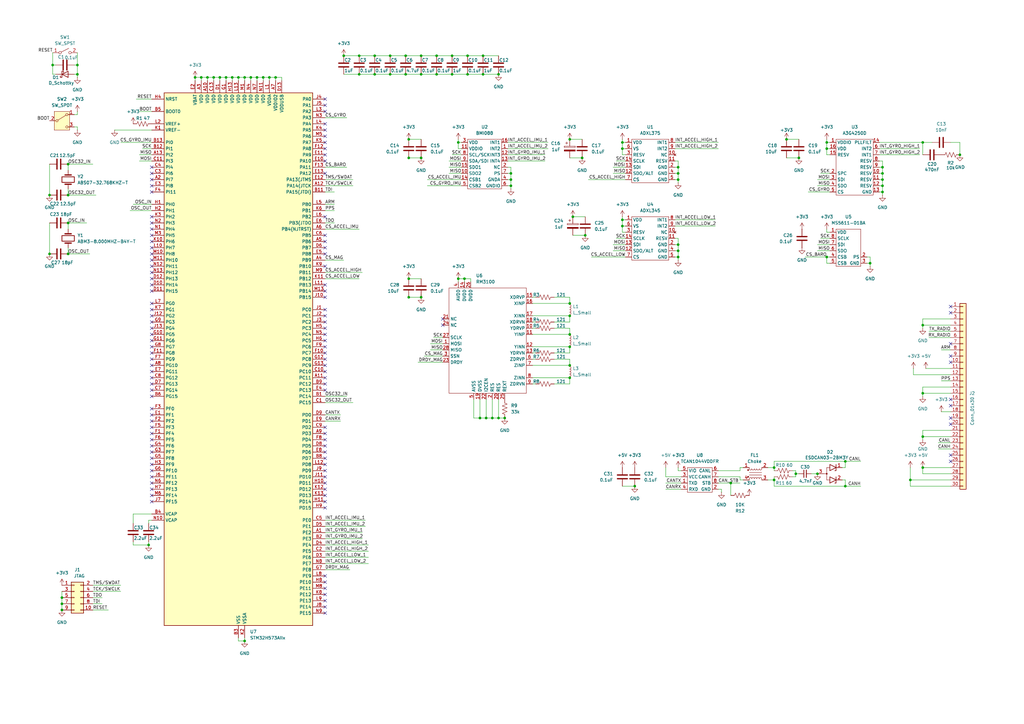
<source format=kicad_sch>
(kicad_sch (version 20231120) (generator "eeschema") (generator_version "8.0")
  (paper "A3")
  (title_block (title "Blaze Sense") (date "2024-09-17") (rev "v1") (company "UCSC Rocket Team") (comment 1 "Designed  by Julian Barbera"))
  (junction (at 260.35 199.39))
  (junction (at 172.72 22.86))
  (junction (at 233.68 57.15))
  (junction (at 21.59 26.67))
  (junction (at 233.68 154.94))
  (junction (at 172.72 121.92))
  (junction (at 190.5 114.3))
  (junction (at 278.13 102.87))
  (junction (at 185.42 22.86))
  (junction (at 317.5 196.85))
  (junction (at 199.39 171.45))
  (junction (at 198.12 22.86))
  (junction (at 255.27 58.42))
  (junction (at 167.64 114.3))
  (junction (at 140.97 22.86))
  (junction (at 255.27 60.96))
  (junction (at 27.94 104.14))
  (junction (at 339.09 105.41))
  (junction (at 209.55 76.2))
  (junction (at 92.71 31.75))
  (junction (at 322.58 57.15))
  (junction (at 172.72 30.48))
  (junction (at 317.5 191.77))
  (junction (at 373.38 196.85))
  (junction (at 187.96 114.3))
  (junction (at 278.13 68.58))
  (junction (at 31.75 26.67))
  (junction (at 378.46 191.77))
  (junction (at 191.77 22.86))
  (junction (at 172.72 64.77))
  (junction (at 361.95 71.12))
  (junction (at 107.95 31.75))
  (junction (at 255.27 92.71))
  (junction (at 198.12 30.48))
  (junction (at 278.13 73.66))
  (junction (at 378.46 58.42))
  (junction (at 102.87 31.75))
  (junction (at 167.64 57.15))
  (junction (at 233.68 137.16))
  (junction (at 196.85 171.45))
  (junction (at 97.79 31.75))
  (junction (at 361.95 68.58))
  (junction (at 335.28 194.31))
  (junction (at 100.33 262.89))
  (junction (at 179.07 30.48))
  (junction (at 233.68 129.54))
  (junction (at 80.01 31.75))
  (junction (at 31.75 30.48))
  (junction (at 27.94 67.31))
  (junction (at 233.68 149.86))
  (junction (at 204.47 30.48))
  (junction (at 327.66 64.77))
  (junction (at 25.4 250.19))
  (junction (at 346.71 189.23))
  (junction (at 153.67 30.48))
  (junction (at 160.02 30.48))
  (junction (at 378.46 133.35))
  (junction (at 90.17 31.75))
  (junction (at 238.76 64.77))
  (junction (at 201.93 171.45))
  (junction (at 187.96 58.42))
  (junction (at 346.71 199.39))
  (junction (at 278.13 105.41))
  (junction (at 100.33 31.75))
  (junction (at 393.7 63.5))
  (junction (at 27.94 80.01))
  (junction (at 234.95 88.9))
  (junction (at 20.32 80.01))
  (junction (at 339.09 58.42))
  (junction (at 25.4 247.65))
  (junction (at 361.95 78.74))
  (junction (at 82.55 31.75))
  (junction (at 378.46 161.29))
  (junction (at 233.68 124.46))
  (junction (at 105.41 31.75))
  (junction (at 378.46 179.07))
  (junction (at 20.32 104.14))
  (junction (at 209.55 73.66))
  (junction (at 191.77 30.48))
  (junction (at 179.07 22.86))
  (junction (at 255.27 90.17))
  (junction (at 204.47 171.45))
  (junction (at 209.55 71.12))
  (junction (at 85.09 31.75))
  (junction (at 361.95 76.2))
  (junction (at 207.01 171.45))
  (junction (at 25.4 245.11))
  (junction (at 153.67 22.86))
  (junction (at 233.68 142.24))
  (junction (at 240.03 96.52))
  (junction (at 160.02 22.86))
  (junction (at 87.63 31.75))
  (junction (at 167.64 121.92))
  (junction (at 356.87 107.95))
  (junction (at 95.25 31.75))
  (junction (at 147.32 22.86))
  (junction (at 278.13 100.33))
  (junction (at 110.49 31.75))
  (junction (at 326.39 194.31))
  (junction (at 166.37 30.48))
  (junction (at 27.94 91.44))
  (junction (at 278.13 71.12))
  (junction (at 113.03 31.75))
  (junction (at 147.32 30.48))
  (junction (at 166.37 22.86))
  (junction (at 167.64 64.77))
  (junction (at 185.42 30.48))
  (junction (at 60.96 223.52))
  (junction (at 361.95 73.66))
  (junction (at 339.09 60.96))
  (junction (at 299.72 198.12))
  (no_connect (at 389.89 128.27))
  (no_connect (at 62.23 182.88))
  (no_connect (at 62.23 200.66))
  (no_connect (at 62.23 167.64))
  (no_connect (at 62.23 68.58))
  (no_connect (at 62.23 91.44))
  (no_connect (at 133.35 116.84))
  (no_connect (at 133.35 248.92))
  (no_connect (at 133.35 66.04))
  (no_connect (at 62.23 160.02))
  (no_connect (at 62.23 177.8))
  (no_connect (at 62.23 96.52))
  (no_connect (at 133.35 119.38))
  (no_connect (at 133.35 132.08))
  (no_connect (at 62.23 101.6))
  (no_connect (at 133.35 185.42))
  (no_connect (at 133.35 187.96))
  (no_connect (at 133.35 157.48))
  (no_connect (at 133.35 53.34))
  (no_connect (at 133.35 45.72))
  (no_connect (at 133.35 200.66))
  (no_connect (at 62.23 142.24))
  (no_connect (at 389.89 148.59))
  (no_connect (at 133.35 243.84))
  (no_connect (at 133.35 99.06))
  (no_connect (at 62.23 93.98))
  (no_connect (at 133.35 129.54))
  (no_connect (at 133.35 203.2))
  (no_connect (at 133.35 195.58))
  (no_connect (at 133.35 193.04))
  (no_connect (at 133.35 241.3))
  (no_connect (at 62.23 124.46))
  (no_connect (at 133.35 154.94))
  (no_connect (at 62.23 205.74))
  (no_connect (at 133.35 147.32))
  (no_connect (at 62.23 137.16))
  (no_connect (at 133.35 177.8))
  (no_connect (at 389.89 163.83))
  (no_connect (at 62.23 185.42))
  (no_connect (at 62.23 195.58))
  (no_connect (at 62.23 73.66))
  (no_connect (at 62.23 106.68))
  (no_connect (at 133.35 160.02))
  (no_connect (at 62.23 175.26))
  (no_connect (at 133.35 101.6))
  (no_connect (at 62.23 78.74))
  (no_connect (at 62.23 154.94))
  (no_connect (at 133.35 182.88))
  (no_connect (at 62.23 198.12))
  (no_connect (at 62.23 172.72))
  (no_connect (at 133.35 246.38))
  (no_connect (at 389.89 146.05))
  (no_connect (at 133.35 109.22))
  (no_connect (at 133.35 144.78))
  (no_connect (at 62.23 114.3))
  (no_connect (at 62.23 139.7))
  (no_connect (at 389.89 140.97))
  (no_connect (at 62.23 149.86))
  (no_connect (at 133.35 40.64))
  (no_connect (at 389.89 173.99))
  (no_connect (at 133.35 121.92))
  (no_connect (at 389.89 189.23))
  (no_connect (at 133.35 50.8))
  (no_connect (at 133.35 175.26))
  (no_connect (at 133.35 238.76))
  (no_connect (at 62.23 132.08))
  (no_connect (at 62.23 203.2))
  (no_connect (at 133.35 43.18))
  (no_connect (at 62.23 129.54))
  (no_connect (at 133.35 58.42))
  (no_connect (at 389.89 125.73))
  (no_connect (at 389.89 166.37))
  (no_connect (at 62.23 76.2))
  (no_connect (at 62.23 109.22))
  (no_connect (at 181.61 130.81))
  (no_connect (at 133.35 127))
  (no_connect (at 133.35 190.5))
  (no_connect (at 133.35 208.28))
  (no_connect (at 133.35 180.34))
  (no_connect (at 389.89 186.69))
  (no_connect (at 62.23 71.12))
  (no_connect (at 133.35 139.7))
  (no_connect (at 62.23 190.5))
  (no_connect (at 62.23 134.62))
  (no_connect (at 62.23 119.38))
  (no_connect (at 133.35 104.14))
  (no_connect (at 133.35 96.52))
  (no_connect (at 133.35 198.12))
  (no_connect (at 133.35 60.96))
  (no_connect (at 133.35 55.88))
  (no_connect (at 62.23 193.04))
  (no_connect (at 133.35 63.5))
  (no_connect (at 389.89 171.45))
  (no_connect (at 62.23 152.4))
  (no_connect (at 181.61 133.35))
  (no_connect (at 62.23 116.84))
  (no_connect (at 62.23 127))
  (no_connect (at 62.23 187.96))
  (no_connect (at 133.35 152.4))
  (no_connect (at 62.23 162.56))
  (no_connect (at 62.23 170.18))
  (no_connect (at 62.23 157.48))
  (no_connect (at 133.35 88.9))
  (no_connect (at 133.35 142.24))
  (no_connect (at 62.23 180.34))
  (no_connect (at 62.23 88.9))
  (no_connect (at 133.35 134.62))
  (no_connect (at 133.35 137.16))
  (no_connect (at 62.23 111.76))
  (no_connect (at 62.23 104.14))
  (no_connect (at 133.35 205.74))
  (no_connect (at 62.23 144.78))
  (no_connect (at 62.23 99.06))
  (no_connect (at 133.35 236.22))
  (no_connect (at 133.35 71.12))
  (no_connect (at 62.23 147.32))
  (no_connect (at 133.35 251.46))
  (no_connect (at 133.35 149.86))
  (wire (pts (xy 133.35 86.36) (xy 137.16 86.36)))
  (wire (pts (xy 54.61 210.82) (xy 54.61 214.63)))
  (wire (pts (xy 278.13 102.87) (xy 278.13 100.33)))
  (wire (pts (xy 171.45 148.59) (xy 181.61 148.59)))
  (wire (pts (xy 233.68 134.62) (xy 233.68 137.16)))
  (wire (pts (xy 378.46 194.31) (xy 389.89 194.31)))
  (wire (pts (xy 393.7 58.42) (xy 389.89 58.42)))
  (wire (pts (xy 190.5 114.3) (xy 193.04 114.3)))
  (wire (pts (xy 87.63 31.75) (xy 90.17 31.75)))
  (wire (pts (xy 361.95 71.12) (xy 361.95 68.58)))
  (wire (pts (xy 110.49 31.75) (xy 110.49 33.02)))
  (wire (pts (xy 339.09 58.42) (xy 340.36 58.42)))
  (wire (pts (xy 373.38 196.85) (xy 373.38 199.39)))
  (wire (pts (xy 133.35 220.98) (xy 148.59 220.98)))
  (wire (pts (xy 336.55 71.12) (xy 340.36 71.12)))
  (wire (pts (xy 38.1 247.65) (xy 41.91 247.65)))
  (wire (pts (xy 360.68 60.96) (xy 377.19 60.96)))
  (wire (pts (xy 294.64 198.12) (xy 299.72 198.12)))
  (wire (pts (xy 201.93 171.45) (xy 199.39 171.45)))
  (wire (pts (xy 153.67 22.86) (xy 160.02 22.86)))
  (wire (pts (xy 346.71 191.77) (xy 346.71 189.23)))
  (wire (pts (xy 100.33 31.75) (xy 102.87 31.75)))
  (wire (pts (xy 185.42 30.48) (xy 191.77 30.48)))
  (wire (pts (xy 339.09 57.15) (xy 339.09 58.42)))
  (wire (pts (xy 187.96 57.15) (xy 187.96 58.42)))
  (wire (pts (xy 97.79 31.75) (xy 100.33 31.75)))
  (wire (pts (xy 361.95 73.66) (xy 360.68 73.66)))
  (wire (pts (xy 38.1 240.03) (xy 49.53 240.03)))
  (wire (pts (xy 317.5 191.77) (xy 317.5 189.23)))
  (wire (pts (xy 208.28 58.42) (xy 224.79 58.42)))
  (wire (pts (xy 58.42 60.96) (xy 62.23 60.96)))
  (wire (pts (xy 153.67 30.48) (xy 160.02 30.48)))
  (wire (pts (xy 27.94 67.31) (xy 38.1 67.31)))
  (wire (pts (xy 31.75 30.48) (xy 30.48 30.48)))
  (wire (pts (xy 85.09 31.75) (xy 87.63 31.75)))
  (wire (pts (xy 346.71 189.23) (xy 353.06 189.23)))
  (wire (pts (xy 303.53 191.77) (xy 304.8 191.77)))
  (wire (pts (xy 176.53 140.97) (xy 181.61 140.97)))
  (wire (pts (xy 133.35 228.6) (xy 151.13 228.6)))
  (wire (pts (xy 184.15 66.04) (xy 189.23 66.04)))
  (wire (pts (xy 278.13 73.66) (xy 278.13 71.12)))
  (wire (pts (xy 381 138.43) (xy 389.89 138.43)))
  (wire (pts (xy 199.39 171.45) (xy 199.39 163.83)))
  (wire (pts (xy 322.58 64.77) (xy 327.66 64.77)))
  (wire (pts (xy 209.55 76.2) (xy 209.55 77.47)))
  (wire (pts (xy 273.05 198.12) (xy 279.4 198.12)))
  (wire (pts (xy 278.13 71.12) (xy 276.86 71.12)))
  (wire (pts (xy 113.03 31.75) (xy 113.03 33.02)))
  (wire (pts (xy 201.93 171.45) (xy 201.93 163.83)))
  (wire (pts (xy 242.57 105.41) (xy 256.54 105.41)))
  (wire (pts (xy 378.46 158.75) (xy 378.46 161.29)))
  (wire (pts (xy 167.64 121.92) (xy 167.64 120.65)))
  (wire (pts (xy 278.13 193.04) (xy 279.4 193.04)))
  (wire (pts (xy 251.46 71.12) (xy 256.54 71.12)))
  (wire (pts (xy 335.28 102.87) (xy 340.36 102.87)))
  (wire (pts (xy 107.95 31.75) (xy 110.49 31.75)))
  (wire (pts (xy 356.87 107.95) (xy 356.87 105.41)))
  (wire (pts (xy 276.86 58.42) (xy 294.64 58.42)))
  (wire (pts (xy 172.72 121.92) (xy 172.72 120.65)))
  (wire (pts (xy 322.58 57.15) (xy 327.66 57.15)))
  (wire (pts (xy 219.71 157.48) (xy 218.44 157.48)))
  (wire (pts (xy 326.39 195.58) (xy 326.39 194.31)))
  (wire (pts (xy 378.46 130.81) (xy 378.46 133.35)))
  (wire (pts (xy 208.28 71.12) (xy 209.55 71.12)))
  (wire (pts (xy 218.44 149.86) (xy 233.68 149.86)))
  (wire (pts (xy 82.55 31.75) (xy 85.09 31.75)))
  (wire (pts (xy 218.44 129.54) (xy 233.68 129.54)))
  (wire (pts (xy 219.71 132.08) (xy 218.44 132.08)))
  (wire (pts (xy 227.33 157.48) (xy 233.68 157.48)))
  (wire (pts (xy 339.09 105.41) (xy 339.09 107.95)))
  (wire (pts (xy 295.91 200.66) (xy 294.64 200.66)))
  (wire (pts (xy 325.12 195.58) (xy 326.39 195.58)))
  (wire (pts (xy 317.5 189.23) (xy 346.71 189.23)))
  (wire (pts (xy 219.71 134.62) (xy 218.44 134.62)))
  (wire (pts (xy 140.97 30.48) (xy 147.32 30.48)))
  (wire (pts (xy 255.27 58.42) (xy 256.54 58.42)))
  (wire (pts (xy 276.86 60.96) (xy 294.64 60.96)))
  (wire (pts (xy 31.75 52.07) (xy 31.75 53.34)))
  (wire (pts (xy 196.85 171.45) (xy 194.31 171.45)))
  (wire (pts (xy 167.64 114.3) (xy 172.72 114.3)))
  (wire (pts (xy 166.37 22.86) (xy 172.72 22.86)))
  (wire (pts (xy 27.94 67.31) (xy 27.94 69.85)))
  (wire (pts (xy 100.33 31.75) (xy 100.33 33.02)))
  (wire (pts (xy 314.96 191.77) (xy 317.5 191.77)))
  (wire (pts (xy 133.35 215.9) (xy 149.86 215.9)))
  (wire (pts (xy 20.32 67.31) (xy 20.32 80.01)))
  (wire (pts (xy 255.27 57.15) (xy 255.27 58.42)))
  (wire (pts (xy 336.55 97.79) (xy 340.36 97.79)))
  (wire (pts (xy 208.28 66.04) (xy 223.52 66.04)))
  (wire (pts (xy 80.01 31.75) (xy 80.01 33.02)))
  (wire (pts (xy 187.96 58.42) (xy 189.23 58.42)))
  (wire (pts (xy 49.53 58.42) (xy 62.23 58.42)))
  (wire (pts (xy 140.97 22.86) (xy 147.32 22.86)))
  (wire (pts (xy 110.49 31.75) (xy 113.03 31.75)))
  (wire (pts (xy 378.46 134.62) (xy 378.46 133.35)))
  (wire (pts (xy 82.55 31.75) (xy 82.55 33.02)))
  (wire (pts (xy 373.38 199.39) (xy 389.89 199.39)))
  (wire (pts (xy 204.47 171.45) (xy 204.47 163.83)))
  (wire (pts (xy 227.33 144.78) (xy 233.68 144.78)))
  (wire (pts (xy 378.46 191.77) (xy 389.89 191.77)))
  (wire (pts (xy 92.71 31.75) (xy 95.25 31.75)))
  (wire (pts (xy 133.35 48.26) (xy 142.24 48.26)))
  (wire (pts (xy 317.5 191.77) (xy 317.5 193.04)))
  (wire (pts (xy 381 135.89) (xy 389.89 135.89)))
  (wire (pts (xy 303.53 193.04) (xy 303.53 191.77)))
  (wire (pts (xy 326.39 194.31) (xy 327.66 194.31)))
  (wire (pts (xy 25.4 245.11) (xy 25.4 247.65)))
  (wire (pts (xy 194.31 171.45) (xy 194.31 163.83)))
  (wire (pts (xy 21.59 26.67) (xy 22.86 26.67)))
  (wire (pts (xy 299.72 198.12) (xy 303.53 198.12)))
  (wire (pts (xy 133.35 111.76) (xy 148.59 111.76)))
  (wire (pts (xy 378.46 161.29) (xy 378.46 162.56)))
  (wire (pts (xy 160.02 30.48) (xy 166.37 30.48)))
  (wire (pts (xy 252.73 66.04) (xy 256.54 66.04)))
  (wire (pts (xy 173.99 146.05) (xy 181.61 146.05)))
  (wire (pts (xy 360.68 58.42) (xy 378.46 58.42)))
  (wire (pts (xy 95.25 31.75) (xy 97.79 31.75)))
  (wire (pts (xy 219.71 147.32) (xy 218.44 147.32)))
  (wire (pts (xy 335.28 100.33) (xy 340.36 100.33)))
  (wire (pts (xy 187.96 114.3) (xy 190.5 114.3)))
  (wire (pts (xy 115.57 31.75) (xy 115.57 33.02)))
  (wire (pts (xy 361.95 66.04) (xy 360.68 66.04)))
  (wire (pts (xy 356.87 105.41) (xy 355.6 105.41)))
  (wire (pts (xy 31.75 26.67) (xy 31.75 30.48)))
  (wire (pts (xy 219.71 144.78) (xy 218.44 144.78)))
  (wire (pts (xy 31.75 45.72) (xy 31.75 46.99)))
  (wire (pts (xy 339.09 60.96) (xy 340.36 60.96)))
  (wire (pts (xy 373.38 196.85) (xy 389.89 196.85)))
  (wire (pts (xy 384.81 181.61) (xy 389.89 181.61)))
  (wire (pts (xy 339.09 107.95) (xy 340.36 107.95)))
  (wire (pts (xy 339.09 93.98) (xy 339.09 95.25)))
  (wire (pts (xy 360.68 63.5) (xy 377.19 63.5)))
  (wire (pts (xy 378.46 133.35) (xy 389.89 133.35)))
  (wire (pts (xy 193.04 114.3) (xy 193.04 115.57)))
  (wire (pts (xy 27.94 91.44) (xy 35.56 91.44)))
  (wire (pts (xy 361.95 68.58) (xy 361.95 66.04)))
  (wire (pts (xy 251.46 68.58) (xy 256.54 68.58)))
  (wire (pts (xy 90.17 31.75) (xy 90.17 33.02)))
  (wire (pts (xy 27.94 80.01) (xy 39.37 80.01)))
  (wire (pts (xy 27.94 101.6) (xy 27.94 104.14)))
  (wire (pts (xy 294.64 193.04) (xy 303.53 193.04)))
  (wire (pts (xy 133.35 106.68) (xy 140.97 106.68)))
  (wire (pts (xy 133.35 226.06) (xy 151.13 226.06)))
  (wire (pts (xy 133.35 76.2) (xy 144.78 76.2)))
  (wire (pts (xy 278.13 106.68) (xy 278.13 105.41)))
  (wire (pts (xy 389.89 130.81) (xy 378.46 130.81)))
  (wire (pts (xy 21.59 26.67) (xy 21.59 30.48)))
  (wire (pts (xy 199.39 171.45) (xy 196.85 171.45)))
  (wire (pts (xy 208.28 60.96) (xy 224.79 60.96)))
  (wire (pts (xy 332.74 194.31) (xy 335.28 194.31)))
  (wire (pts (xy 105.41 31.75) (xy 107.95 31.75)))
  (wire (pts (xy 60.96 213.36) (xy 60.96 214.63)))
  (wire (pts (xy 219.71 121.92) (xy 218.44 121.92)))
  (wire (pts (xy 255.27 90.17) (xy 256.54 90.17)))
  (wire (pts (xy 251.46 102.87) (xy 256.54 102.87)))
  (wire (pts (xy 133.35 172.72) (xy 139.7 172.72)))
  (wire (pts (xy 379.73 151.13) (xy 389.89 151.13)))
  (wire (pts (xy 21.59 21.59) (xy 21.59 26.67)))
  (wire (pts (xy 299.72 198.12) (xy 299.72 203.2)))
  (wire (pts (xy 278.13 68.58) (xy 276.86 68.58)))
  (wire (pts (xy 31.75 21.59) (xy 31.75 26.67)))
  (wire (pts (xy 339.09 58.42) (xy 339.09 60.96)))
  (wire (pts (xy 187.96 114.3) (xy 187.96 115.57)))
  (wire (pts (xy 113.03 31.75) (xy 115.57 31.75)))
  (wire (pts (xy 185.42 63.5) (xy 189.23 63.5)))
  (wire (pts (xy 80.01 31.75) (xy 82.55 31.75)))
  (wire (pts (xy 25.4 247.65) (xy 25.4 250.19)))
  (wire (pts (xy 378.46 176.53) (xy 378.46 179.07)))
  (wire (pts (xy 278.13 74.93) (xy 278.13 73.66)))
  (wire (pts (xy 345.44 196.85) (xy 346.71 196.85)))
  (wire (pts (xy 46.99 53.34) (xy 62.23 53.34)))
  (wire (pts (xy 278.13 71.12) (xy 278.13 68.58)))
  (wire (pts (xy 255.27 95.25) (xy 256.54 95.25)))
  (wire (pts (xy 208.28 73.66) (xy 209.55 73.66)))
  (wire (pts (xy 100.33 261.62) (xy 100.33 262.89)))
  (wire (pts (xy 31.75 46.99) (xy 30.48 46.99)))
  (wire (pts (xy 378.46 191.77) (xy 378.46 194.31)))
  (wire (pts (xy 31.75 26.67) (xy 30.48 26.67)))
  (wire (pts (xy 97.79 262.89) (xy 97.79 261.62)))
  (wire (pts (xy 38.1 242.57) (xy 49.53 242.57)))
  (wire (pts (xy 175.26 76.2) (xy 189.23 76.2)))
  (wire (pts (xy 278.13 102.87) (xy 276.86 102.87)))
  (wire (pts (xy 273.05 195.58) (xy 273.05 191.77)))
  (wire (pts (xy 167.64 64.77) (xy 172.72 64.77)))
  (wire (pts (xy 252.73 97.79) (xy 256.54 97.79)))
  (wire (pts (xy 218.44 154.94) (xy 233.68 154.94)))
  (wire (pts (xy 227.33 121.92) (xy 233.68 121.92)))
  (wire (pts (xy 335.28 76.2) (xy 340.36 76.2)))
  (wire (pts (xy 294.64 195.58) (xy 303.53 195.58)))
  (wire (pts (xy 314.96 196.85) (xy 317.5 196.85)))
  (wire (pts (xy 303.53 195.58) (xy 303.53 196.85)))
  (wire (pts (xy 361.95 78.74) (xy 360.68 78.74)))
  (wire (pts (xy 133.35 213.36) (xy 149.86 213.36)))
  (wire (pts (xy 339.09 105.41) (xy 340.36 105.41)))
  (wire (pts (xy 184.15 71.12) (xy 189.23 71.12)))
  (wire (pts (xy 107.95 31.75) (xy 107.95 33.02)))
  (wire (pts (xy 92.71 31.75) (xy 92.71 33.02)))
  (wire (pts (xy 133.35 78.74) (xy 137.16 78.74)))
  (wire (pts (xy 346.71 199.39) (xy 353.06 199.39)))
  (wire (pts (xy 241.3 73.66) (xy 256.54 73.66)))
  (wire (pts (xy 255.27 90.17) (xy 255.27 92.71)))
  (wire (pts (xy 133.35 165.1) (xy 144.78 165.1)))
  (wire (pts (xy 276.86 97.79) (xy 278.13 97.79)))
  (wire (pts (xy 339.09 95.25) (xy 340.36 95.25)))
  (wire (pts (xy 278.13 105.41) (xy 278.13 102.87)))
  (wire (pts (xy 62.23 213.36) (xy 60.96 213.36)))
  (wire (pts (xy 198.12 22.86) (xy 204.47 22.86)))
  (wire (pts (xy 227.33 134.62) (xy 233.68 134.62)))
  (wire (pts (xy 105.41 31.75) (xy 105.41 33.02)))
  (wire (pts (xy 133.35 83.82) (xy 137.16 83.82)))
  (wire (pts (xy 373.38 191.77) (xy 373.38 196.85)))
  (wire (pts (xy 97.79 31.75) (xy 97.79 33.02)))
  (wire (pts (xy 356.87 109.22) (xy 356.87 107.95)))
  (wire (pts (xy 374.65 153.67) (xy 389.89 153.67)))
  (wire (pts (xy 393.7 63.5) (xy 393.7 58.42)))
  (wire (pts (xy 339.09 63.5) (xy 340.36 63.5)))
  (wire (pts (xy 361.95 76.2) (xy 360.68 76.2)))
  (wire (pts (xy 133.35 223.52) (xy 151.13 223.52)))
  (wire (pts (xy 378.46 58.42) (xy 378.46 63.5)))
  (wire (pts (xy 278.13 66.04) (xy 278.13 68.58)))
  (wire (pts (xy 378.46 158.75) (xy 389.89 158.75)))
  (wire (pts (xy 303.53 196.85) (xy 304.8 196.85)))
  (wire (pts (xy 204.47 171.45) (xy 201.93 171.45)))
  (wire (pts (xy 179.07 30.48) (xy 185.42 30.48)))
  (wire (pts (xy 179.07 22.86) (xy 185.42 22.86)))
  (wire (pts (xy 209.55 73.66) (xy 209.55 76.2)))
  (wire (pts (xy 133.35 93.98) (xy 147.32 93.98)))
  (wire (pts (xy 55.88 40.64) (xy 62.23 40.64)))
  (wire (pts (xy 295.91 201.93) (xy 295.91 200.66)))
  (wire (pts (xy 54.61 83.82) (xy 62.23 83.82)))
  (wire (pts (xy 53.34 86.36) (xy 62.23 86.36)))
  (wire (pts (xy 255.27 58.42) (xy 255.27 60.96)))
  (wire (pts (xy 255.27 60.96) (xy 255.27 63.5)))
  (wire (pts (xy 147.32 30.48) (xy 153.67 30.48)))
  (wire (pts (xy 233.68 144.78) (xy 233.68 142.24)))
  (wire (pts (xy 384.81 184.15) (xy 389.89 184.15)))
  (wire (pts (xy 31.75 52.07) (xy 30.48 52.07)))
  (wire (pts (xy 378.46 176.53) (xy 389.89 176.53)))
  (wire (pts (xy 317.5 196.85) (xy 317.5 199.39)))
  (wire (pts (xy 276.86 90.17) (xy 293.37 90.17)))
  (wire (pts (xy 255.27 88.9) (xy 255.27 90.17)))
  (wire (pts (xy 386.08 143.51) (xy 389.89 143.51)))
  (wire (pts (xy 356.87 107.95) (xy 355.6 107.95)))
  (wire (pts (xy 208.28 76.2) (xy 209.55 76.2)))
  (wire (pts (xy 279.4 195.58) (xy 273.05 195.58)))
  (wire (pts (xy 196.85 171.45) (xy 196.85 163.83)))
  (wire (pts (xy 133.35 170.18) (xy 139.7 170.18)))
  (wire (pts (xy 317.5 199.39) (xy 346.71 199.39)))
  (wire (pts (xy 278.13 105.41) (xy 276.86 105.41)))
  (wire (pts (xy 346.71 196.85) (xy 346.71 199.39)))
  (wire (pts (xy 167.64 121.92) (xy 172.72 121.92)))
  (wire (pts (xy 85.09 31.75) (xy 85.09 33.02)))
  (wire (pts (xy 172.72 30.48) (xy 179.07 30.48)))
  (wire (pts (xy 100.33 262.89) (xy 97.79 262.89)))
  (wire (pts (xy 133.35 231.14) (xy 151.13 231.14)))
  (wire (pts (xy 133.35 91.44) (xy 137.16 91.44)))
  (wire (pts (xy 345.44 191.77) (xy 346.71 191.77)))
  (wire (pts (xy 255.27 199.39) (xy 260.35 199.39)))
  (wire (pts (xy 234.95 96.52) (xy 240.03 96.52)))
  (wire (pts (xy 95.25 31.75) (xy 95.25 33.02)))
  (wire (pts (xy 27.94 91.44) (xy 27.94 93.98)))
  (wire (pts (xy 378.46 179.07) (xy 378.46 180.34)))
  (wire (pts (xy 361.95 71.12) (xy 360.68 71.12)))
  (wire (pts (xy 191.77 22.86) (xy 198.12 22.86)))
  (wire (pts (xy 276.86 66.04) (xy 278.13 66.04)))
  (wire (pts (xy 218.44 142.24) (xy 233.68 142.24)))
  (wire (pts (xy 386.08 168.91) (xy 389.89 168.91)))
  (wire (pts (xy 102.87 31.75) (xy 102.87 33.02)))
  (wire (pts (xy 133.35 114.3) (xy 147.32 114.3)))
  (wire (pts (xy 57.15 45.72) (xy 62.23 45.72)))
  (wire (pts (xy 208.28 63.5) (xy 223.52 63.5)))
  (wire (pts (xy 326.39 193.04) (xy 326.39 194.31)))
  (wire (pts (xy 255.27 63.5) (xy 256.54 63.5)))
  (wire (pts (xy 218.44 124.46) (xy 233.68 124.46)))
  (wire (pts (xy 233.68 57.15) (xy 238.76 57.15)))
  (wire (pts (xy 361.95 78.74) (xy 361.95 76.2)))
  (wire (pts (xy 227.33 132.08) (xy 233.68 132.08)))
  (wire (pts (xy 27.94 104.14) (xy 36.83 104.14)))
  (wire (pts (xy 278.13 97.79) (xy 278.13 100.33)))
  (wire (pts (xy 233.68 157.48) (xy 233.68 154.94)))
  (wire (pts (xy 378.46 179.07) (xy 389.89 179.07)))
  (wire (pts (xy 278.13 100.33) (xy 276.86 100.33)))
  (wire (pts (xy 31.75 30.48) (xy 31.75 31.75)))
  (wire (pts (xy 21.59 30.48) (xy 22.86 30.48)))
  (wire (pts (xy 361.95 80.01) (xy 361.95 78.74)))
  (wire (pts (xy 57.15 66.04) (xy 62.23 66.04)))
  (wire (pts (xy 160.02 22.86) (xy 166.37 22.86)))
  (wire (pts (xy 60.96 222.25) (xy 60.96 223.52)))
  (wire (pts (xy 218.44 137.16) (xy 233.68 137.16)))
  (wire (pts (xy 233.68 132.08) (xy 233.68 129.54)))
  (wire (pts (xy 189.23 60.96) (xy 187.96 60.96)))
  (wire (pts (xy 330.2 105.41) (xy 339.09 105.41)))
  (wire (pts (xy 331.47 78.74) (xy 340.36 78.74)))
  (wire (pts (xy 386.08 156.21) (xy 389.89 156.21)))
  (wire (pts (xy 335.28 73.66) (xy 340.36 73.66)))
  (wire (pts (xy 255.27 60.96) (xy 256.54 60.96)))
  (wire (pts (xy 190.5 114.3) (xy 190.5 115.57)))
  (wire (pts (xy 378.46 58.42) (xy 382.27 58.42)))
  (wire (pts (xy 133.35 233.68) (xy 143.51 233.68)))
  (wire (pts (xy 133.35 73.66) (xy 144.78 73.66)))
  (wire (pts (xy 361.95 76.2) (xy 361.95 73.66)))
  (wire (pts (xy 90.17 31.75) (xy 92.71 31.75)))
  (wire (pts (xy 175.26 73.66) (xy 189.23 73.66)))
  (wire (pts (xy 133.35 218.44) (xy 148.59 218.44)))
  (wire (pts (xy 278.13 191.77) (xy 278.13 193.04)))
  (wire (pts (xy 60.96 223.52) (xy 54.61 223.52)))
  (wire (pts (xy 374.65 151.13) (xy 374.65 153.67)))
  (wire (pts (xy 278.13 73.66) (xy 276.86 73.66)))
  (wire (pts (xy 209.55 71.12) (xy 209.55 73.66)))
  (wire (pts (xy 255.27 92.71) (xy 256.54 92.71)))
  (wire (pts (xy 167.64 57.15) (xy 172.72 57.15)))
  (wire (pts (xy 234.95 88.9) (xy 240.03 88.9)))
  (wire (pts (xy 147.32 22.86) (xy 153.67 22.86)))
  (wire (pts (xy 273.05 200.66) (xy 279.4 200.66)))
  (wire (pts (xy 172.72 22.86) (xy 179.07 22.86)))
  (wire (pts (xy 378.46 161.29) (xy 389.89 161.29)))
  (wire (pts (xy 251.46 100.33) (xy 256.54 100.33)))
  (wire (pts (xy 233.68 121.92) (xy 233.68 124.46)))
  (wire (pts (xy 177.8 138.43) (xy 181.61 138.43)))
  (wire (pts (xy 27.94 77.47) (xy 27.94 80.01)))
  (wire (pts (xy 38.1 250.19) (xy 44.45 250.19)))
  (wire (pts (xy 209.55 71.12) (xy 209.55 68.58)))
  (wire (pts (xy 62.23 210.82) (xy 54.61 210.82)))
  (wire (pts (xy 198.12 30.48) (xy 204.47 30.48)))
  (wire (pts (xy 207.01 171.45) (xy 204.47 171.45)))
  (wire (pts (xy 166.37 30.48) (xy 172.72 30.48)))
  (wire (pts (xy 361.95 73.66) (xy 361.95 71.12)))
  (wire (pts (xy 187.96 58.42) (xy 187.96 60.96)))
  (wire (pts (xy 87.63 31.75) (xy 87.63 33.02)))
  (wire (pts (xy 361.95 68.58) (xy 360.68 68.58)))
  (wire (pts (xy 38.1 245.11) (xy 41.91 245.11)))
  (wire (pts (xy 133.35 68.58) (xy 142.24 68.58)))
  (wire (pts (xy 255.27 92.71) (xy 255.27 95.25)))
  (wire (pts (xy 325.12 193.04) (xy 326.39 193.04)))
  (wire (pts (xy 317.5 196.85) (xy 317.5 195.58)))
  (wire (pts (xy 25.4 242.57) (xy 25.4 245.11)))
  (wire (pts (xy 54.61 223.52) (xy 54.61 222.25)))
  (wire (pts (xy 133.35 162.56) (xy 142.24 162.56)))
  (wire (pts (xy 233.68 64.77) (xy 238.76 64.77)))
  (wire (pts (xy 167.64 64.77) (xy 167.64 63.5)))
  (wire (pts (xy 209.55 68.58) (xy 208.28 68.58)))
  (wire (pts (xy 20.32 91.44) (xy 20.32 104.14)))
  (wire (pts (xy 184.15 68.58) (xy 189.23 68.58)))
  (wire (pts (xy 227.33 147.32) (xy 233.68 147.32)))
  (wire (pts (xy 191.77 30.48) (xy 198.12 30.48)))
  (wire (pts (xy 185.42 22.86) (xy 191.77 22.86)))
  (wire (pts (xy 176.53 143.51) (xy 181.61 143.51)))
  (wire (pts (xy 102.87 31.75) (xy 105.41 31.75)))
  (wire (pts (xy 57.15 63.5) (xy 62.23 63.5)))
  (wire (pts (xy 233.68 147.32) (xy 233.68 149.86)))
  (wire (pts (xy 339.09 60.96) (xy 339.09 63.5)))
  (wire (pts (xy 276.86 92.71) (xy 293.37 92.71)))
  (label "MISO" (at 256.54 71.12 180))
  (label "RESET" (at 38.1 250.19 0))
  (label "OSC_IN" (at 62.23 83.82 180))
  (label "OSC32_OUT" (at 133.35 165.1 0))
  (label "MOSI" (at 256.54 100.33 180))
  (label "MISO" (at 189.23 68.58 180))
  (label "RESET" (at 62.23 40.64 180))
  (label "INT_ACCEL_LOW_1" (at 133.35 228.6 0))
  (label "INT_GYRO_IMU_2" (at 208.28 66.04 0))
  (label "MOSI" (at 189.23 66.04 180))
  (label "OSC32_OUT" (at 27.94 80.01 0))
  (label "INT_GYRO_HIGH_1" (at 360.68 60.96 0))
  (label "CS_BARO" (at 133.35 68.58 0))
  (label "SCK" (at 256.54 66.04 180))
  (label "CANL" (at 389.89 181.61 180))
  (label "MOSI" (at 340.36 73.66 180))
  (label "INT_ACCEL_LOW_2" (at 133.35 231.14 0))
  (label "SCK" (at 256.54 97.79 180))
  (label "INT_ACCEL_HIGH_2" (at 276.86 60.96 0))
  (label "TCK{slash}SWCLK" (at 38.1 242.57 0))
  (label "INT_ACCEL_HIGH_2" (at 133.35 226.06 0))
  (label "OSC32_IN" (at 27.94 67.31 0))
  (label "CANRX" (at 133.35 172.72 0))
  (label "TMS{slash}SWDAT" (at 38.1 240.03 0))
  (label "SCK" (at 189.23 63.5 180))
  (label "CS_BARO" (at 339.09 105.41 180))
  (label "CANTX" (at 133.35 170.18 0))
  (label "ARM" (at 133.35 83.82 0))
  (label "MISO" (at 256.54 102.87 180))
  (label "RESET" (at 21.59 21.59 180))
  (label "INT_ACCEL_IMU_2" (at 133.35 215.9 0))
  (label "CS_GYRO" (at 133.35 48.26 0))
  (label "SCK" (at 62.23 60.96 180))
  (label "CAN_STB" (at 294.64 198.12 0))
  (label "CS_MAG" (at 181.61 146.05 180))
  (label "CANH" (at 353.06 199.39 180))
  (label "BOOT" (at 62.23 45.72 180))
  (label "INT_ACCEL_HIGH_1" (at 276.86 58.42 0))
  (label "TX_RADIO" (at 389.89 135.89 180))
  (label "DRDY_MAG" (at 133.35 233.68 0))
  (label "CANL" (at 353.06 189.23 180))
  (label "PPS" (at 389.89 156.21 180))
  (label "MISO" (at 62.23 63.5 180))
  (label "OSC_OUT" (at 62.23 86.36 180))
  (label "MOSI" (at 256.54 68.58 180))
  (label "MOSI" (at 181.61 140.97 180))
  (label "SCK" (at 181.61 138.43 180))
  (label "RX_RADIO" (at 389.89 138.43 180))
  (label "INT_ACCEL_LOW_1" (at 276.86 90.17 0))
  (label "INT_ACCEL_HIGH_1" (at 133.35 223.52 0))
  (label "ARM" (at 389.89 143.51 180))
  (label "TDO" (at 38.1 245.11 0))
  (label "TDO" (at 133.35 91.44 0))
  (label "TCK{slash}SWCLK" (at 133.35 76.2 0))
  (label "CS_ACCEL_LOW" (at 256.54 105.41 180))
  (label "CS_GYRO_IMU" (at 189.23 76.2 180))
  (label "INT_GYRO_IMU_2" (at 133.35 220.98 0))
  (label "SCK" (at 340.36 97.79 180))
  (label "INT_GYRO_IMU_1" (at 133.35 218.44 0))
  (label "CS_GYRO" (at 340.36 78.74 180))
  (label "OSC_OUT" (at 27.94 104.14 0))
  (label "CS_ACCEL_LOW" (at 133.35 114.3 0))
  (label "MOSI" (at 62.23 66.04 180))
  (label "MISO" (at 340.36 102.87 180))
  (label "CANRX" (at 279.4 200.66 180))
  (label "CS_MAG" (at 133.35 106.68 0))
  (label "CS_ACCEL_IMU" (at 189.23 73.66 180))
  (label "CS_ACCEL_HIGH" (at 133.35 111.76 0))
  (label "MOSI" (at 340.36 100.33 180))
  (label "MISO" (at 189.23 71.12 180))
  (label "INT_ACCEL_IMU_2" (at 208.28 60.96 0))
  (label "CS_ACCEL_IMU" (at 133.35 93.98 0))
  (label "INT_GYRO_IMU_1" (at 208.28 63.5 0))
  (label "DRDY_MAG" (at 181.61 148.59 180))
  (label "PPS" (at 133.35 86.36 0))
  (label "CS_ACCEL_HIGH" (at 256.54 73.66 180))
  (label "INT_ACCEL_IMU_1" (at 208.28 58.42 0))
  (label "INT_ACCEL_LOW_2" (at 276.86 92.71 0))
  (label "TDI" (at 38.1 247.65 0))
  (label "CS_GYRO_IMU" (at 62.23 58.42 180))
  (label "TDI" (at 133.35 78.74 0))
  (label "INT_ACCEL_IMU_1" (at 133.35 213.36 0))
  (label "CANH" (at 389.89 184.15 180))
  (label "BOOT" (at 20.32 49.53 180))
  (label "OSC32_IN" (at 133.35 162.56 0))
  (label "SCK" (at 340.36 71.12 180))
  (label "OSC_IN" (at 27.94 91.44 0))
  (label "CANTX" (at 279.4 198.12 180))
  (label "INT_GYRO_HIGH_2" (at 360.68 63.5 0))
  (label "MISO" (at 340.36 76.2 180))
  (label "MISO" (at 181.61 143.51 180))
  (label "TMS{slash}SWDAT" (at 133.35 73.66 0))
  (symbol (lib_id "Device:C") (at 60.96 218.44 0) (unit 1)
    (property "Reference" "C34" (at 61.214 216.408 0) (effects (justify left)))
    (property "Value" "2.2uF" (at 61.214 220.726 0) (effects (justify left)))
    (property "Description" "Unpolarized capacitor" (effects (hide yes)))
  )
  (symbol (lib_id "power:+3V3") (at 54.61 50.8 0) (unit 1)
    (property "Reference" "#PWR06" (effects (hide yes)))
    (property "Value" "+3V3" (at 54.61 45.72 0))
    (property "Description" "Power symbol creates a global label with name \"+3V3\"" (effects (hide yes)))
  )
  (symbol (lib_id "power:GND") (at 238.76 64.77 0) (unit 1)
    (property "Reference" "#PWR017" (effects (hide yes)))
    (property "Value" "GND" (at 238.76 69.85 0))
    (property "Description" "Power symbol creates a global label with name \"GND\" , ground" (effects (hide yes)))
  )
  (symbol (lib_id "Device:C") (at 24.13 80.01 90) (unit 1)
    (property "Reference" "C22" (at 22.352 83.566 90))
    (property "Value" "12.5pF" (at 27.94 83.566 90))
    (property "Description" "Unpolarized capacitor" (effects (hide yes)))
  )
  (symbol (lib_id "power:+5V") (at 378.46 191.77 0) (unit 1)
    (property "Reference" "#PWR056" (effects (hide yes)))
    (property "Value" "+5V" (at 378.46 186.69 0))
    (property "Description" "Power symbol creates a global label with name \"+5V\"" (effects (hide yes)))
  )
  (symbol (lib_id "power:+3V3") (at 255.27 57.15 0) (unit 1)
    (property "Reference" "#PWR012" (effects (hide yes)))
    (property "Value" "+3V3" (at 255.27 52.07 0))
    (property "Description" "Power symbol creates a global label with name \"+3V3\"" (effects (hide yes)))
  )
  (symbol (lib_id "Blaze_Lib:A3G4250D") (at 350.52 68.58 0) (unit 1)
    (property "Reference" "U3" (at 350.52 52.07 0))
    (property "Value" "A3G4250D" (at 350.52 54.61 0))
  )
  (symbol (lib_id "Device:C") (at 191.77 26.67 0) (unit 1)
    (property "Reference" "C10" (at 192.024 24.638 0) (effects (justify left)))
    (property "Value" "0.1uF" (at 192.024 28.956 0) (effects (justify left)))
    (property "Description" "Unpolarized capacitor" (effects (hide yes)))
  )
  (symbol (lib_id "power:GND") (at 46.99 53.34 0) (unit 1)
    (property "Reference" "#PWR08" (effects (hide yes)))
    (property "Value" "GND" (at 46.99 58.42 0))
    (property "Description" "Power symbol creates a global label with name \"GND\" , ground" (effects (hide yes)))
  )
  (symbol (lib_id "power:+3V3") (at 234.95 88.9 0) (unit 1)
    (property "Reference" "#PWR023" (effects (hide yes)))
    (property "Value" "+3V3" (at 234.95 83.82 0))
    (property "Description" "Power symbol creates a global label with name \"+3V3\"" (effects (hide yes)))
  )
  (symbol (lib_id "Device:C") (at 24.13 104.14 90) (unit 1)
    (property "Reference" "C27" (at 22.86 107.696 90))
    (property "Value" "18pF" (at 27.686 107.696 90))
    (property "Description" "Unpolarized capacitor" (effects (hide yes)))
  )
  (symbol (lib_id "Device:D_Schottky") (at 26.67 30.48 0) (mirror x) (unit 1)
    (property "Reference" "D1" (at 22.86 31.75 0))
    (property "Value" "D_Schottky" (at 25.146 34.036 0))
    (property "Description" "Schottky diode" (effects (hide yes)))
  )
  (symbol (lib_id "Device:R_US") (at 207.01 167.64 0) (unit 1)
    (property "Reference" "R9" (at 209.55 166.3699 0) (effects (justify left)))
    (property "Value" "33k" (at 209.55 168.9099 0) (effects (justify left)))
    (property "Description" "Resistor, US symbol" (effects (hide yes)))
  )
  (symbol (lib_id "Device:C") (at 240.03 92.71 0) (unit 1)
    (property "Reference" "C25" (at 243.84 91.4399 0) (effects (justify left)))
    (property "Value" "0.1uF" (at 243.84 93.9799 0) (effects (justify left)))
    (property "Description" "Unpolarized capacitor" (effects (hide yes)))
  )
  (symbol (lib_id "power:+5V") (at 386.08 168.91 0) (unit 1)
    (property "Reference" "#PWR053" (effects (hide yes)))
    (property "Value" "+3V3" (at 386.08 163.83 0))
    (property "Description" "Power symbol creates a global label with name \"+5V\"" (effects (hide yes)))
  )
  (symbol (lib_id "Device:C") (at 54.61 218.44 0) (unit 1)
    (property "Reference" "C33" (at 54.864 216.408 0) (effects (justify left)))
    (property "Value" "2.2uF" (at 54.864 220.726 0) (effects (justify left)))
    (property "Description" "Unpolarized capacitor" (effects (hide yes)))
  )
  (symbol (lib_id "Connector_Generic:Conn_01x30") (at 394.97 161.29 0) (unit 1)
    (property "Reference" "J2" (at 397.51 161.2899 0) (effects (justify left)))
    (property "Value" "Conn_01x30" (at 398.78 174.498 90) (effects (justify left)))
    (property "Description" "Generic connector, single row, 01x30, script generated (kicad-library-utils/schlib/autogen/connector/)" (effects (hide yes)))
  )
  (symbol (lib_id "Connector_Generic:Conn_02x05_Odd_Even") (at 30.48 245.11 0) (unit 1)
    (property "Reference" "J1" (at 31.75 233.68 0))
    (property "Value" "JTAG" (at 32.512 236.22 0))
    (property "Description" "Generic connector, double row, 02x05, odd/even pin numbering scheme (row 1 odd numbers, row 2 even numbers), script generated (kicad-library-utils/schlib/autogen/connector/)" (effects (hide yes)))
  )
  (symbol (lib_id "power:+5V") (at 374.65 151.13 0) (unit 1)
    (property "Reference" "#PWR050" (effects (hide yes)))
    (property "Value" "+3V3" (at 374.65 146.05 0))
    (property "Description" "Power symbol creates a global label with name \"+5V\"" (effects (hide yes)))
  )
  (symbol (lib_id "Device:C") (at 160.02 26.67 0) (unit 1)
    (property "Reference" "C5" (at 160.274 24.638 0) (effects (justify left)))
    (property "Value" "0.1uF" (at 160.274 28.956 0) (effects (justify left)))
    (property "Description" "Unpolarized capacitor" (effects (hide yes)))
  )
  (symbol (lib_id "power:GND") (at 260.35 199.39 0) (unit 1)
    (property "Reference" "#PWR041" (effects (hide yes)))
    (property "Value" "GND" (at 260.35 204.47 0))
    (property "Description" "Power symbol creates a global label with name \"GND\" , ground" (effects (hide yes)))
  )
  (symbol (lib_id "Device:C") (at 322.58 60.96 0) (mirror y) (unit 1)
    (property "Reference" "C18" (at 318.77 59.6899 0) (effects (justify left)))
    (property "Value" "10uF" (at 318.77 62.2299 0) (effects (justify left)))
    (property "Description" "Unpolarized capacitor" (effects (hide yes)))
  )
  (symbol (lib_id "Device:R_US") (at 389.89 63.5 90) (unit 1)
    (property "Reference" "R2" (at 389.89 66.802 90))
    (property "Value" "10k" (at 389.89 68.834 90))
    (property "Description" "Resistor, US symbol" (effects (hide yes)))
  )
  (symbol (lib_id "Device:C_Polarized") (at 234.95 92.71 0) (unit 1)
    (property "Reference" "C24" (at 231.14 90.5509 0) (effects (justify right)))
    (property "Value" "1uF" (at 231.14 93.0909 0) (effects (justify right)))
    (property "Description" "Polarized capacitor" (effects (hide yes)))
  )
  (symbol (lib_id "power:GND") (at 335.28 194.31 0) (unit 1)
    (property "Reference" "#PWR040" (effects (hide yes)))
    (property "Value" "GND" (at 335.28 198.12 0))
    (property "Description" "Power symbol creates a global label with name \"GND\" , ground" (effects (hide yes)))
  )
  (symbol (lib_id "Device:C") (at 328.93 97.79 0) (mirror y) (unit 1)
    (property "Reference" "C26" (at 325.12 96.5199 0) (effects (justify left)))
    (property "Value" "0.1uF" (at 325.12 99.0599 0) (effects (justify left)))
    (property "Description" "Unpolarized capacitor" (effects (hide yes)))
  )
  (symbol (lib_id "Device:R_US") (at 58.42 50.8 90) (unit 1)
    (property "Reference" "R1" (at 57.15 48.514 90))
    (property "Value" "47" (at 60.198 48.514 90))
    (property "Description" "Resistor, US symbol" (effects (hide yes)))
  )
  (symbol (lib_id "Device:L_Small") (at 233.68 152.4 0) (unit 1)
    (property "Reference" "L3" (at 234.95 151.1299 0) (effects (justify left)))
    (property "Value" "L_Small" (at 234.95 153.6699 0) (effects (justify left)))
    (property "Description" "Inductor, small symbol" (effects (hide yes)))
  )
  (symbol (lib_id "power:GND") (at 20.32 80.01 0) (unit 1)
    (property "Reference" "#PWR021" (effects (hide yes)))
    (property "Value" "GND" (at 20.32 85.09 0))
    (property "Description" "Power symbol creates a global label with name \"GND\" , ground" (effects (hide yes)))
  )
  (symbol (lib_id "Device:R_US") (at 223.52 121.92 90) (unit 1)
    (property "Reference" "R3" (at 219.964 120.904 90))
    (property "Value" "121" (at 230.124 120.904 90))
    (property "Description" "Resistor, US symbol" (effects (hide yes)))
  )
  (symbol (lib_id "Device:C") (at 238.76 60.96 0) (unit 1)
    (property "Reference" "C17" (at 242.57 59.6899 0) (effects (justify left)))
    (property "Value" "0.1uF" (at 242.57 62.2299 0) (effects (justify left)))
    (property "Description" "Unpolarized capacitor" (effects (hide yes)))
  )
  (symbol (lib_id "power:+3V3") (at 278.13 191.77 0) (unit 1)
    (property "Reference" "#PWR039" (effects (hide yes)))
    (property "Value" "+3V3" (at 278.13 186.69 0))
    (property "Description" "Power symbol creates a global label with name \"+3V3\"" (effects (hide yes)))
  )
  (symbol (lib_id "power:GND") (at 356.87 109.22 0) (unit 1)
    (property "Reference" "#PWR031" (effects (hide yes)))
    (property "Value" "GND" (at 356.87 114.3 0))
    (property "Description" "Power symbol creates a global label with name \"GND\" , ground" (effects (hide yes)))
  )
  (symbol (lib_id "power:+3V3") (at 273.05 191.77 0) (unit 1)
    (property "Reference" "#PWR038" (effects (hide yes)))
    (property "Value" "+5V" (at 273.05 186.69 0))
    (property "Description" "Power symbol creates a global label with name \"+3V3\"" (effects (hide yes)))
  )
  (symbol (lib_id "Blaze_Lib:BMI088") (at 199.39 67.31 0) (unit 1)
    (property "Reference" "U2" (at 198.755 52.07 0))
    (property "Value" "BMI088" (at 198.755 54.61 0))
    (property "Datasheet" "https://www.bosch-sensortec.com/media/boschsensortec/downloads/datasheets/bst-bmi088-ds001.pdf" (effects (hide yes)))
  )
  (symbol (lib_id "power:GND") (at 278.13 74.93 0) (unit 1)
    (property "Reference" "#PWR019" (effects (hide yes)))
    (property "Value" "GND" (at 278.13 80.01 0))
    (property "Description" "Power symbol creates a global label with name \"GND\" , ground" (effects (hide yes)))
  )
  (symbol (lib_id "power:+3V3") (at 328.93 93.98 0) (unit 1)
    (property "Reference" "#PWR025" (effects (hide yes)))
    (property "Value" "+3V3" (at 328.93 88.9 0))
    (property "Description" "Power symbol creates a global label with name \"+3V3\"" (effects (hide yes)))
  )
  (symbol (lib_id "Device:L_Small") (at 233.68 127 0) (unit 1)
    (property "Reference" "L1" (at 234.95 125.7299 0) (effects (justify left)))
    (property "Value" "L_Small" (at 234.95 128.2699 0) (effects (justify left)))
    (property "Description" "Inductor, small symbol" (effects (hide yes)))
  )
  (symbol (lib_id "power:+3V3") (at 25.4 240.03 0) (unit 1)
    (property "Reference" "#PWR045" (effects (hide yes)))
    (property "Value" "+3V3" (at 25.4 234.95 0))
    (property "Description" "Power symbol creates a global label with name \"+3V3\"" (effects (hide yes)))
  )
  (symbol (lib_id "power:+3V3") (at 167.64 114.3 0) (unit 1)
    (property "Reference" "#PWR032" (effects (hide yes)))
    (property "Value" "+3V3" (at 167.64 109.22 0))
    (property "Description" "Power symbol creates a global label with name \"+3V3\"" (effects (hide yes)))
  )
  (symbol (lib_id "power:GND") (at 295.91 201.93 0) (unit 1)
    (property "Reference" "#PWR042" (effects (hide yes)))
    (property "Value" "GND" (at 295.91 207.01 0))
    (property "Description" "Power symbol creates a global label with name \"GND\" , ground" (effects (hide yes)))
  )
  (symbol (lib_id "Device:R_US") (at 223.52 157.48 90) (unit 1)
    (property "Reference" "R8" (at 219.964 156.464 90))
    (property "Value" "121" (at 230.124 156.464 90))
    (property "Description" "Resistor, US symbol" (effects (hide yes)))
  )
  (symbol (lib_id "power:GND") (at 20.32 104.14 0) (unit 1)
    (property "Reference" "#PWR029" (effects (hide yes)))
    (property "Value" "GND" (at 20.32 109.22 0))
    (property "Description" "Power symbol creates a global label with name \"GND\" , ground" (effects (hide yes)))
  )
  (symbol (lib_id "power:GND") (at 327.66 64.77 0) (unit 1)
    (property "Reference" "#PWR018" (effects (hide yes)))
    (property "Value" "GND" (at 327.66 69.85 0))
    (property "Description" "Power symbol creates a global label with name \"GND\" , ground" (effects (hide yes)))
  )
  (symbol (lib_id "Device:Crystal") (at 27.94 97.79 90) (unit 1)
    (property "Reference" "Y1" (at 31.75 96.5199 90) (effects (justify right)))
    (property "Value" "ABM3-8.000MHZ-B4Y-T" (at 31.75 99.0599 90) (effects (justify right)))
    (property "Footprint" "Crystal:Crystal_SMD_3215-2Pin_3.2x1.5mm" (effects (hide yes)))
    (property "Datasheet" "https://abracon.com/Resonators/ABM3.pdf" (effects (hide yes)))
    (property "Description" "Two pin crystal" (effects (hide yes)))
  )
  (symbol (lib_id "Device:C") (at 147.32 26.67 0) (unit 1)
    (property "Reference" "C3" (at 147.574 24.638 0) (effects (justify left)))
    (property "Value" "0.1uF" (at 147.574 28.956 0) (effects (justify left)))
    (property "Description" "Unpolarized capacitor" (effects (hide yes)))
  )
  (symbol (lib_id "Device:C") (at 172.72 118.11 0) (unit 1)
    (property "Reference" "C29" (at 176.53 116.8399 0) (effects (justify left)))
    (property "Value" "0.1uF" (at 176.53 119.3799 0) (effects (justify left)))
    (property "Description" "Unpolarized capacitor" (effects (hide yes)))
  )
  (symbol (lib_id "power:+3V3") (at 339.09 57.15 0) (unit 1)
    (property "Reference" "#PWR014" (effects (hide yes)))
    (property "Value" "+3V3" (at 339.09 52.07 0))
    (property "Description" "Power symbol creates a global label with name \"+3V3\"" (effects (hide yes)))
  )
  (symbol (lib_id "Power_Protection:RCLAMP0582B") (at 340.36 194.31 0) (unit 1)
    (property "Reference" "D2" (at 340.4235 185.42 0))
    (property "Value" "ESDCAN03-2BM3Y" (at 339.09 187.706 0))
    (property "Footprint" "Package_TO_SOT_SMD:SOT-416" (effects (hide yes)))
    (property "Datasheet" "https://www.semtech.com/products/circuit-protection/low-capacitance/rclamp0582b" (effects (hide yes)))
    (property "Description" "Low capacitance unidirectional dual ESD protection diode, SC-75" (effects (hide yes)))
  )
  (symbol (lib_id "Device:C") (at 166.37 26.67 0) (unit 1)
    (property "Reference" "C6" (at 166.624 24.638 0) (effects (justify left)))
    (property "Value" "4.7uF" (at 166.624 28.956 0) (effects (justify left)))
    (property "Description" "Unpolarized capacitor" (effects (hide yes)))
  )
  (symbol (lib_id "power:+3V3") (at 31.75 45.72 0) (unit 1)
    (property "Reference" "#PWR05" (effects (hide yes)))
    (property "Value" "+3V3" (at 31.75 40.64 0))
    (property "Description" "Power symbol creates a global label with name \"+3V3\"" (effects (hide yes)))
  )
  (symbol (lib_id "power:GND") (at 378.46 162.56 0) (unit 1)
    (property "Reference" "#PWR052" (effects (hide yes)))
    (property "Value" "GND" (at 378.46 167.64 0))
    (property "Description" "Power symbol creates a global label with name \"GND\" , ground" (effects (hide yes)))
  )
  (symbol (lib_id "power:GND") (at 240.03 96.52 0) (unit 1)
    (property "Reference" "#PWR027" (effects (hide yes)))
    (property "Value" "GND" (at 240.03 101.6 0))
    (property "Description" "Power symbol creates a global label with name \"GND\" , ground" (effects (hide yes)))
  )
  (symbol (lib_id "power:+3V3") (at 307.34 203.2 0) (unit 1)
    (property "Reference" "#PWR043" (effects (hide yes)))
    (property "Value" "+3V3" (at 307.34 198.12 0))
    (property "Description" "Power symbol creates a global label with name \"+3V3\"" (effects (hide yes)))
  )
  (symbol (lib_id "power:+3V3") (at 187.96 114.3 0) (unit 1)
    (property "Reference" "#PWR033" (effects (hide yes)))
    (property "Value" "+3V3" (at 187.96 109.22 0))
    (property "Description" "Power symbol creates a global label with name \"+3V3\"" (effects (hide yes)))
  )
  (symbol (lib_id "Device:R_US") (at 303.53 203.2 90) (unit 1)
    (property "Reference" "R12" (at 303.53 209.55 90))
    (property "Value" "10K" (at 303.53 207.01 90))
    (property "Description" "Resistor, US symbol" (effects (hide yes)))
  )
  (symbol (lib_id "Device:C") (at 26.67 26.67 90) (unit 1)
    (property "Reference" "C1" (at 26.416 23.368 90) (effects (justify left)))
    (property "Value" "0.1uF" (at 32.004 23.622 90) (effects (justify left)))
    (property "Description" "Unpolarized capacitor" (effects (hide yes)))
  )
  (symbol (lib_id "power:GND") (at 361.95 80.01 0) (unit 1)
    (property "Reference" "#PWR022" (effects (hide yes)))
    (property "Value" "GND" (at 361.95 85.09 0))
    (property "Description" "Power symbol creates a global label with name \"GND\" , ground" (effects (hide yes)))
  )
  (symbol (lib_id "power:GND") (at 209.55 77.47 0) (unit 1)
    (property "Reference" "#PWR020" (effects (hide yes)))
    (property "Value" "GND" (at 209.55 82.55 0))
    (property "Description" "Power symbol creates a global label with name \"GND\" , ground" (effects (hide yes)))
  )
  (symbol (lib_id "power:+5V") (at 379.73 151.13 0) (unit 1)
    (property "Reference" "#PWR051" (effects (hide yes)))
    (property "Value" "+5V" (at 379.73 146.05 0))
    (property "Description" "Power symbol creates a global label with name \"+5V\"" (effects (hide yes)))
  )
  (symbol (lib_id "power:+3V3") (at 187.96 57.15 0) (unit 1)
    (property "Reference" "#PWR010" (effects (hide yes)))
    (property "Value" "+3V3" (at 187.96 52.07 0))
    (property "Description" "Power symbol creates a global label with name \"+3V3\"" (effects (hide yes)))
  )
  (symbol (lib_id "Device:C") (at 185.42 26.67 0) (unit 1)
    (property "Reference" "C9" (at 185.674 24.638 0) (effects (justify left)))
    (property "Value" "1uF" (at 185.674 28.956 0) (effects (justify left)))
    (property "Description" "Unpolarized capacitor" (effects (hide yes)))
  )
  (symbol (lib_id "Device:Crystal") (at 27.94 73.66 90) (unit 1)
    (property "Reference" "Y2" (at 31.75 72.3899 90) (effects (justify right)))
    (property "Value" "ABS07-32.768KHZ-T" (at 31.75 74.9299 90) (effects (justify right)))
    (property "Datasheet" "https://abracon.com/Resonators/ABS07.pdf" (effects (hide yes)))
    (property "Description" "Two pin crystal" (effects (hide yes)))
  )
  (symbol (lib_id "power:+3V3") (at 339.09 93.98 0) (unit 1)
    (property "Reference" "#PWR026" (effects (hide yes)))
    (property "Value" "+3V3" (at 339.09 88.9 0))
    (property "Description" "Power symbol creates a global label with name \"+3V3\"" (effects (hide yes)))
  )
  (symbol (lib_id "Device:C") (at 386.08 58.42 90) (unit 1)
    (property "Reference" "C13" (at 386.08 50.8 90))
    (property "Value" "10nF" (at 386.08 53.34 90))
    (property "Description" "Unpolarized capacitor" (effects (hide yes)))
  )
  (symbol (lib_id "Device:C_Small") (at 330.2 194.31 90) (unit 1)
    (property "Reference" "C30" (at 330.2 191.516 90))
    (property "Value" "4.7nF" (at 330.454 197.358 90))
    (property "Description" "Unpolarized capacitor, small symbol" (effects (hide yes)))
  )
  (symbol (lib_id "power:+3V3") (at 167.64 57.15 0) (unit 1)
    (property "Reference" "#PWR09" (effects (hide yes)))
    (property "Value" "+3V3" (at 167.64 52.07 0))
    (property "Description" "Power symbol creates a global label with name \"+3V3\"" (effects (hide yes)))
  )
  (symbol (lib_id "Blaze_Lib:TCAN1044") (at 287.02 196.85 0) (unit 1)
    (property "Reference" "U8" (at 287.02 186.69 0))
    (property "Value" "TCAN1044VDDFR" (at 287.02 189.23 0))
  )
  (symbol (lib_id "Switch:SW_SPST") (at 26.67 21.59 0) (unit 1)
    (property "Reference" "SW1" (at 26.67 15.24 0))
    (property "Value" "SW_SPST" (at 26.67 17.78 0))
    (property "Description" "Single Pole Single Throw (SPST) switch" (effects (hide yes)))
  )
  (symbol (lib_id "Blaze_Lib:ADXL375") (at 266.7 66.04 0) (unit 1)
    (property "Reference" "U1" (at 266.7 52.07 0))
    (property "Value" "ADXL375" (at 266.7 54.61 0))
    (property "Datasheet" "https://www.analog.com/media/en/technical-documentation/data-sheets/ADXL375.PDF" (effects (hide yes)))
  )
  (symbol (lib_id "power:GND") (at 60.96 223.52 0) (unit 1)
    (property "Reference" "#PWR044" (effects (hide yes)))
    (property "Value" "GND" (at 60.96 228.6 0))
    (property "Description" "Power symbol creates a global label with name \"GND\" , ground" (effects (hide yes)))
  )
  (symbol (lib_id "Device:R_US") (at 223.52 134.62 90) (unit 1)
    (property "Reference" "R5" (at 219.964 133.604 90))
    (property "Value" "121" (at 230.124 133.604 90))
    (property "Description" "Resistor, US symbol" (effects (hide yes)))
  )
  (symbol (lib_id "Device:C_Polarized") (at 233.68 60.96 0) (unit 1)
    (property "Reference" "C16" (at 229.87 58.8009 0) (effects (justify right)))
    (property "Value" "1uF" (at 229.87 61.3409 0) (effects (justify right)))
    (property "Description" "Polarized capacitor" (effects (hide yes)))
  )
  (symbol (lib_id "power:GND") (at 172.72 121.92 0) (unit 1)
    (property "Reference" "#PWR034" (effects (hide yes)))
    (property "Value" "GND" (at 172.72 127 0))
    (property "Description" "Power symbol creates a global label with name \"GND\" , ground" (effects (hide yes)))
  )
  (symbol (lib_id "Device:C") (at 204.47 26.67 0) (unit 1)
    (property "Reference" "C12" (at 204.724 24.638 0) (effects (justify left)))
    (property "Value" "0.1uF" (at 204.724 28.956 0) (effects (justify left)))
    (property "Description" "Unpolarized capacitor" (effects (hide yes)))
  )
  (symbol (lib_id "Device:C") (at 24.13 67.31 90) (mirror x) (unit 1)
    (property "Reference" "C21" (at 22.352 63.754 90))
    (property "Value" "12.5pF" (at 27.686 63.754 90))
    (property "Description" "Unpolarized capacitor" (effects (hide yes)))
  )
  (symbol (lib_id "power:GND") (at 378.46 180.34 0) (unit 1)
    (property "Reference" "#PWR054" (effects (hide yes)))
    (property "Value" "GND" (at 378.46 184.15 0))
    (property "Description" "Power symbol creates a global label with name \"GND\" , ground" (effects (hide yes)))
  )
  (symbol (lib_id "Device:C") (at 179.07 26.67 0) (unit 1)
    (property "Reference" "C8" (at 179.324 24.638 0) (effects (justify left)))
    (property "Value" "0.1uF" (at 179.324 28.956 0) (effects (justify left)))
    (property "Description" "Unpolarized capacitor" (effects (hide yes)))
  )
  (symbol (lib_id "power:GND") (at 100.33 262.89 0) (unit 1)
    (property "Reference" "#PWR046" (effects (hide yes)))
    (property "Value" "GND" (at 100.33 267.97 0))
    (property "Description" "Power symbol creates a global label with name \"GND\" , ground" (effects (hide yes)))
  )
  (symbol (lib_id "Device:C") (at 153.67 26.67 0) (unit 1)
    (property "Reference" "C4" (at 153.924 24.638 0) (effects (justify left)))
    (property "Value" "0.1uF" (at 153.924 28.956 0) (effects (justify left)))
    (property "Description" "Unpolarized capacitor" (effects (hide yes)))
  )
  (symbol (lib_id "Switch:SW_SPDT") (at 25.4 49.53 0) (unit 1)
    (property "Reference" "SW2" (at 25.4 40.64 0))
    (property "Value" "SW_SPDT" (at 25.4 43.18 0))
    (property "Description" "Switch, single pole double throw" (effects (hide yes)))
  )
  (symbol (lib_id "power:GND") (at 31.75 53.34 0) (unit 1)
    (property "Reference" "#PWR07" (effects (hide yes)))
    (property "Value" "GND" (at 31.75 58.42 0))
    (property "Description" "Power symbol creates a global label with name \"GND\" , ground" (effects (hide yes)))
  )
  (symbol (lib_id "Device:C") (at 24.13 91.44 90) (mirror x) (unit 1)
    (property "Reference" "C23" (at 22.352 87.884 90))
    (property "Value" "18pF" (at 27.178 87.884 90))
    (property "Description" "Unpolarized capacitor" (effects (hide yes)))
  )
  (symbol (lib_id "Device:R_US") (at 223.52 147.32 90) (unit 1)
    (property "Reference" "R7" (at 219.964 146.304 90))
    (property "Value" "121" (at 230.124 146.304 90))
    (property "Description" "Resistor, US symbol" (effects (hide yes)))
  )
  (symbol (lib_id "Device:C") (at 198.12 26.67 0) (unit 1)
    (property "Reference" "C11" (at 198.374 24.638 0) (effects (justify left)))
    (property "Value" "1uF" (at 198.374 28.956 0) (effects (justify left)))
    (property "Description" "Unpolarized capacitor" (effects (hide yes)))
  )
  (symbol (lib_id "Device:L_Small") (at 233.68 139.7 0) (unit 1)
    (property "Reference" "L2" (at 234.95 138.4299 0) (effects (justify left)))
    (property "Value" "L_Small" (at 234.95 140.9699 0) (effects (justify left)))
    (property "Description" "Inductor, small symbol" (effects (hide yes)))
  )
  (symbol (lib_id "Blaze_Lib:MS5611") (at 347.98 100.33 0) (unit 1)
    (property "Reference" "U5" (at 347.98 88.9 0))
    (property "Value" "MS5611-01BA" (at 347.98 91.44 0))
    (property "Footprint" "Package_LGA:LGA-8_3x5mm_P1.25mm" (effects (hide yes)))
    (property "Datasheet" "https://www.te.com/commerce/DocumentDelivery/DDEController?Action=srchrtrv&DocNm=MS5611-01BA03&DocType=Data+Sheet&DocLang=English" (effects (hide yes)))
    (property "Description" "Barometric pressure sensor, 10cm resolution, 10 to 1200 mbar, I2C and SPI interface up to 20MHz, LGA-8" (effects (hide yes)))
  )
  (symbol (lib_id "Device:C") (at 255.27 195.58 0) (mirror y) (unit 1)
    (property "Reference" "C31" (at 251.46 194.3099 0) (effects (justify left)))
    (property "Value" "0.1uF" (at 251.46 196.8499 0) (effects (justify left)))
    (property "Description" "Unpolarized capacitor" (effects (hide yes)))
  )
  (symbol (lib_id "power:GND") (at 378.46 134.62 0) (unit 1)
    (property "Reference" "#PWR049" (effects (hide yes)))
    (property "Value" "GND" (at 378.46 139.7 0))
    (property "Description" "Power symbol creates a global label with name \"GND\" , ground" (effects (hide yes)))
  )
  (symbol (lib_id "power:+3V3") (at 255.27 88.9 0) (unit 1)
    (property "Reference" "#PWR024" (effects (hide yes)))
    (property "Value" "+3V3" (at 255.27 83.82 0))
    (property "Description" "Power symbol creates a global label with name \"+3V3\"" (effects (hide yes)))
  )
  (symbol (lib_id "Device:C") (at 260.35 195.58 0) (unit 1)
    (property "Reference" "C32" (at 264.16 194.3099 0) (effects (justify left)))
    (property "Value" "0.1uF" (at 264.16 196.8499 0) (effects (justify left)))
    (property "Description" "Unpolarized capacitor" (effects (hide yes)))
  )
  (symbol (lib_id "power:+3V3") (at 233.68 57.15 0) (unit 1)
    (property "Reference" "#PWR011" (effects (hide yes)))
    (property "Value" "+3V3" (at 233.68 52.07 0))
    (property "Description" "Power symbol creates a global label with name \"+3V3\"" (effects (hide yes)))
  )
  (symbol (lib_id "Blaze_Lib:RM3100") (at 200.66 139.7 0) (unit 1)
    (property "Reference" "U6" (at 195.2341 113.03 0) (effects (justify left)))
    (property "Value" "RM3100" (at 195.2341 115.57 0) (effects (justify left)))
  )
  (symbol (lib_id "Device:C") (at 167.64 118.11 0) (mirror y) (unit 1)
    (property "Reference" "C28" (at 163.83 116.8399 0) (effects (justify left)))
    (property "Value" "10uF" (at 163.83 119.3799 0) (effects (justify left)))
    (property "Description" "Unpolarized capacitor" (effects (hide yes)))
  )
  (symbol (lib_id "power:+3V3") (at 80.01 31.75 0) (unit 1)
    (property "Reference" "#PWR04" (effects (hide yes)))
    (property "Value" "+3V3" (at 80.01 26.67 0))
    (property "Description" "Power symbol creates a global label with name \"+3V3\"" (effects (hide yes)))
  )
  (symbol (lib_id "power:GND") (at 25.4 250.19 0) (unit 1)
    (property "Reference" "#PWR047" (effects (hide yes)))
    (property "Value" "GND" (at 25.4 255.27 0))
    (property "Description" "Power symbol creates a global label with name \"GND\" , ground" (effects (hide yes)))
  )
  (symbol (lib_id "Device:R_US") (at 321.31 195.58 90) (mirror x) (unit 1)
    (property "Reference" "R11" (at 320.04 198.12 90))
    (property "Value" "60" (at 323.596 198.12 90))
    (property "Description" "Resistor, US symbol" (effects (hide yes)))
  )
  (symbol (lib_id "power:+3V3") (at 260.35 191.77 0) (unit 1)
    (property "Reference" "#PWR037" (effects (hide yes)))
    (property "Value" "+3V3" (at 260.35 186.69 0))
    (property "Description" "Power symbol creates a global label with name \"+3V3\"" (effects (hide yes)))
  )
  (symbol (lib_id "power:GND") (at 172.72 64.77 0) (unit 1)
    (property "Reference" "#PWR016" (effects (hide yes)))
    (property "Value" "GND" (at 172.72 69.85 0))
    (property "Description" "Power symbol creates a global label with name \"GND\" , ground" (effects (hide yes)))
  )
  (symbol (lib_id "Device:R_US") (at 223.52 144.78 90) (unit 1)
    (property "Reference" "R6" (at 219.964 143.764 90))
    (property "Value" "121" (at 230.124 143.764 90))
    (property "Description" "Resistor, US symbol" (effects (hide yes)))
  )
  (symbol (lib_id "power:GND") (at 31.75 31.75 0) (unit 1)
    (property "Reference" "#PWR03" (effects (hide yes)))
    (property "Value" "GND" (at 31.75 36.83 0))
    (property "Description" "Power symbol creates a global label with name \"GND\" , ground" (effects (hide yes)))
  )
  (symbol (lib_id "Device:C") (at 167.64 60.96 0) (mirror y) (unit 1)
    (property "Reference" "C14" (at 163.83 59.6899 0) (effects (justify left)))
    (property "Value" "0.1uF" (at 163.83 62.2299 0) (effects (justify left)))
    (property "Description" "Unpolarized capacitor" (effects (hide yes)))
  )
  (symbol (lib_id "power:+5V") (at 373.38 191.77 0) (unit 1)
    (property "Reference" "#PWR055" (effects (hide yes)))
    (property "Value" "+3V3" (at 373.38 186.69 0))
    (property "Description" "Power symbol creates a global label with name \"+5V\"" (effects (hide yes)))
  )
  (symbol (lib_id "Device:C") (at 172.72 26.67 0) (unit 1)
    (property "Reference" "C7" (at 172.974 24.638 0) (effects (justify left)))
    (property "Value" "0.1uF" (at 172.974 28.956 0) (effects (justify left)))
    (property "Description" "Unpolarized capacitor" (effects (hide yes)))
  )
  (symbol (lib_id "MCU_ST_STM32H5:STM32H573AIIx") (at 97.79 147.32 0) (unit 1)
    (property "Reference" "U7" (at 102.5241 259.08 0) (effects (justify left)))
    (property "Value" "STM32H573AIIx" (at 102.5241 261.62 0) (effects (justify left)))
    (property "Footprint" "Package_BGA:UFBGA-169_7x7mm_Layout13x13_P0.5mm" (effects (hide yes)))
    (property "Datasheet" "https://www.st.com/resource/en/datasheet/stm32h573ai.pdf" (effects (hide yes)))
    (property "Description" "STMicroelectronics Arm Cortex-M33 MCU, 2048KB flash, 640KB RAM, 250 MHz, 1.62-3.6V, 136 GPIO, UFBGA169" (effects (hide yes)))
  )
  (symbol (lib_id "Device:C") (at 382.27 63.5 90) (mirror x) (unit 1)
    (property "Reference" "C20" (at 382.27 67.31 90))
    (property "Value" "470nF" (at 382.27 69.596 90))
    (property "Description" "Unpolarized capacitor" (effects (hide yes)))
  )
  (symbol (lib_id "Device:R_US") (at 223.52 132.08 90) (unit 1)
    (property "Reference" "R4" (at 219.964 131.064 90))
    (property "Value" "121" (at 230.124 131.064 90))
    (property "Description" "Resistor, US symbol" (effects (hide yes)))
  )
  (symbol (lib_id "power:+3V3") (at 322.58 57.15 0) (unit 1)
    (property "Reference" "#PWR013" (effects (hide yes)))
    (property "Value" "+3V3" (at 322.58 53.34 0))
    (property "Description" "Power symbol creates a global label with name \"+3V3\"" (effects (hide yes)))
  )
  (symbol (lib_id "Device:C") (at 327.66 60.96 0) (unit 1)
    (property "Reference" "C19" (at 331.47 59.6899 0) (effects (justify left)))
    (property "Value" "0.1uF" (at 331.47 62.2299 0) (effects (justify left)))
    (property "Description" "Unpolarized capacitor" (effects (hide yes)))
  )
  (symbol (lib_id "power:GND") (at 393.7 63.5 0) (unit 1)
    (property "Reference" "#PWR015" (effects (hide yes)))
    (property "Value" "GND" (at 393.7 68.58 0))
    (property "Description" "Power symbol creates a global label with name \"GND\" , ground" (effects (hide yes)))
  )
  (symbol (lib_id "power:GND") (at 328.93 101.6 0) (unit 1)
    (property "Reference" "#PWR028" (effects (hide yes)))
    (property "Value" "GND" (at 328.93 106.68 0))
    (property "Description" "Power symbol creates a global label with name \"GND\" , ground" (effects (hide yes)))
  )
  (symbol (lib_id "power:GND") (at 207.01 171.45 0) (unit 1)
    (property "Reference" "#PWR035" (effects (hide yes)))
    (property "Value" "GND" (at 207.01 176.53 0))
    (property "Description" "Power symbol creates a global label with name \"GND\" , ground" (effects (hide yes)))
  )
  (symbol (lib_id "Device:R_US") (at 321.31 193.04 90) (unit 1)
    (property "Reference" "R10" (at 320.04 190.754 90))
    (property "Value" "60" (at 323.85 190.754 90))
    (property "Description" "Resistor, US symbol" (effects (hide yes)))
  )
  (symbol (lib_id "power:GND") (at 204.47 30.48 0) (unit 1)
    (property "Reference" "#PWR02" (effects (hide yes)))
    (property "Value" "GND" (at 204.47 35.56 0))
    (property "Description" "Power symbol creates a global label with name \"GND\" , ground" (effects (hide yes)))
  )
  (symbol (lib_id "Blaze_Lib:ADXL345") (at 266.7 97.79 0) (unit 1)
    (property "Reference" "U4" (at 266.7 83.82 0))
    (property "Value" "ADXL345" (at 266.7 86.36 0))
    (property "Datasheet" "https://www.analog.com/media/en/technical-documentation/data-sheets/ADXL375.PDF" (effects (hide yes)))
  )
  (symbol (lib_id "power:+3V3") (at 140.97 22.86 0) (unit 1)
    (property "Reference" "#PWR01" (effects (hide yes)))
    (property "Value" "+3V3" (at 140.97 17.78 0))
    (property "Description" "Power symbol creates a global label with name \"+3V3\"" (effects (hide yes)))
  )
  (symbol (lib_id "power:+3V3") (at 255.27 191.77 0) (unit 1)
    (property "Reference" "#PWR036" (effects (hide yes)))
    (property "Value" "+5V" (at 255.27 186.69 0))
    (property "Description" "Power symbol creates a global label with name \"+3V3\"" (effects (hide yes)))
  )
  (symbol (lib_id "Device:C") (at 172.72 60.96 0) (unit 1)
    (property "Reference" "C15" (at 176.53 59.6899 0) (effects (justify left)))
    (property "Value" "0.1uF" (at 176.53 62.2299 0) (effects (justify left)))
    (property "Description" "Unpolarized capacitor" (effects (hide yes)))
  )
  (symbol (lib_id "Filter:Choke_Coilcraft_0603USB-142") (at 309.88 194.31 0) (unit 1)
    (property "Reference" "FL1" (at 309.499 186.69 0))
    (property "Value" "Choke" (at 309.499 189.23 0))
    (property "Footprint" "Inductor_SMD:L_CommonModeChoke_Coilcraft_0603USB" (effects (hide yes)))
    (property "Datasheet" "https://www.coilcraft.com/pdfs/0603usb.pdf" (effects (hide yes)))
    (property "Description" "Common mode choke, 500mA, 250VAC, 98nH, 174mohm, 1.9Ghz," (effects (hide yes)))
  )
  (symbol (lib_id "power:GND") (at 278.13 106.68 0) (unit 1)
    (property "Reference" "#PWR030" (effects (hide yes)))
    (property "Value" "GND" (at 278.13 111.76 0))
    (property "Description" "Power symbol creates a global label with name \"GND\" , ground" (effects (hide yes)))
  )
  (symbol (lib_id "Device:C") (at 140.97 26.67 0) (unit 1)
    (property "Reference" "C2" (at 141.224 24.638 0) (effects (justify left)))
    (property "Value" "1uF" (at 141.224 28.956 0) (effects (justify left)))
    (property "Description" "Unpolarized capacitor" (effects (hide yes)))
  )
)
</source>
